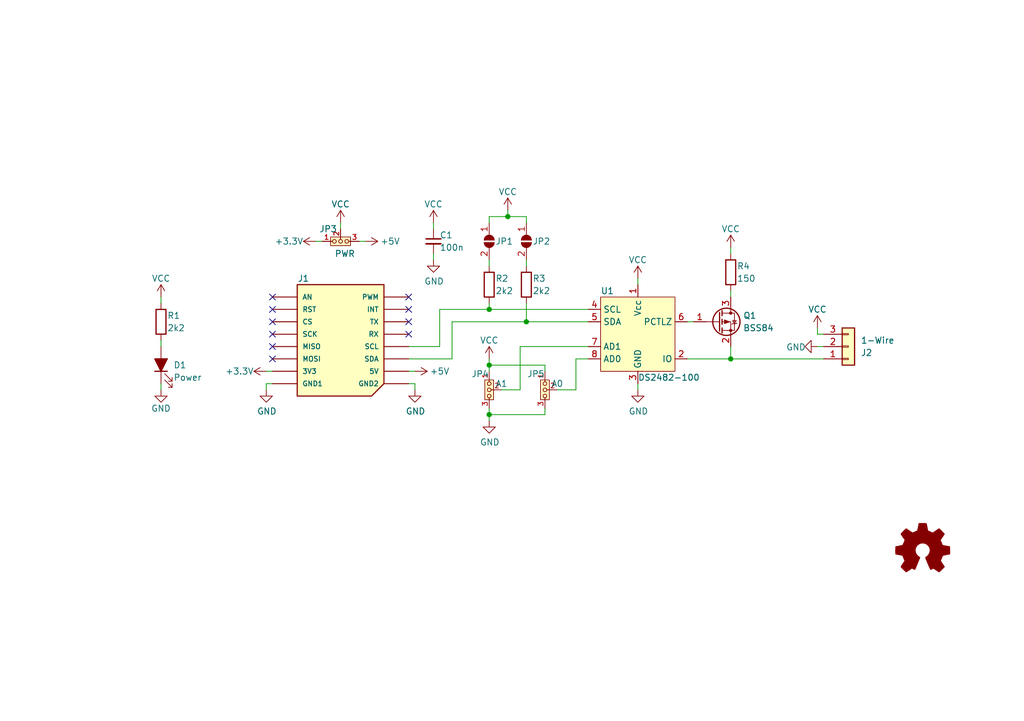
<source format=kicad_sch>
(kicad_sch (version 20250114) (generator "eeschema") (generator_version "9.0")
  (paper "A5")
  (title_block (title "I2C to 1-Wire Click") (date "2023-08-31") (rev "1.0") (company "© 2023 MPro") (comment 1 "Designed by MPro") (comment 4 "Licensed under CERN-OHL-P v2 or any later version"))
  (lib_symbols
    (symbol "Connector_Generic:Conn_01x03" (pin_names (offset 1.016) (hide yes))
      (property "Reference" "J" (at 0 5.08 0))
      (property "Value" "Conn_01x03" (at 0 -5.08 0))
      (symbol "Conn_01x03_1_1"
        (rectangle (start -1.27 3.81) (end 1.27 -3.81) (stroke (width 0.254)) (fill (type background)))
        (rectangle (start -1.27 2.667) (end 0 2.413) (stroke (width 0.1524)))
        (rectangle (start -1.27 0.127) (end 0 -0.127) (stroke (width 0.1524)))
        (rectangle (start -1.27 -2.413) (end 0 -2.667) (stroke (width 0.1524)))
        (pin passive line (at -5.08 2.54 0) (length 3.81) (name "Pin_1") (number "1"))
        (pin passive line (at -5.08 0 0) (length 3.81) (name "Pin_2") (number "2"))
        (pin passive line (at -5.08 -2.54 0) (length 3.81) (name "Pin_3") (number "3"))
      )
    )
    (symbol "Device:C_Small" (pin_numbers (hide yes)) (pin_names (offset 0.254) (hide yes))
      (property "Reference" "C" (at 0.254 1.778 0))
      (property "Value" "C_Small" (at 0.254 -2.032 0))
      (symbol "C_Small_0_1"
        (polyline (pts (xy -1.524 0.508) (xy 1.524 0.508)) (stroke (width 0.3048)))
        (polyline (pts (xy -1.524 -0.508) (xy 1.524 -0.508)) (stroke (width 0.3302)))
      )
      (symbol "C_Small_1_1"
        (pin passive line (at 0 2.54 270) (length 2.032) (name "~") (number "1"))
        (pin passive line (at 0 -2.54 90) (length 2.032) (name "~") (number "2"))
      )
    )
    (symbol "Device:LED_Filled" (pin_numbers (hide yes)) (pin_names (offset 1.016) (hide yes))
      (property "Reference" "D" (at 0 2.54 0))
      (property "Value" "LED_Filled" (at 0 -2.54 0))
      (symbol "LED_Filled_0_1"
        (polyline (pts (xy -3.048 -0.762) (xy -4.572 -2.286) (xy -3.81 -2.286) (xy -4.572 -2.286) (xy -4.572 -1.524)))
        (polyline (pts (xy -1.778 -0.762) (xy -3.302 -2.286) (xy -2.54 -2.286) (xy -3.302 -2.286) (xy -3.302 -1.524)))
        (polyline (pts (xy -1.27 0) (xy 1.27 0)))
        (polyline (pts (xy -1.27 -1.27) (xy -1.27 1.27)) (stroke (width 0.254)))
        (polyline (pts (xy 1.27 -1.27) (xy 1.27 1.27) (xy -1.27 0) (xy 1.27 -1.27)) (stroke (width 0.254)) (fill (type outline)))
      )
      (symbol "LED_Filled_1_1"
        (pin passive line (at -3.81 0 0) (length 2.54) (name "K") (number "1"))
        (pin passive line (at 3.81 0 180) (length 2.54) (name "A") (number "2"))
      )
    )
    (symbol "Device:Q_PMOS_GSD" (pin_names (offset 0) (hide yes))
      (property "Reference" "Q" (at 5.08 1.27 0))
      (property "Value" "Q_PMOS_GSD" (at 5.08 -1.27 0))
      (symbol "Q_PMOS_GSD_0_1"
        (polyline (pts (xy 0.254 1.905) (xy 0.254 -1.905)) (stroke (width 0.254)))
        (polyline (pts (xy 0.254 0) (xy -2.54 0)))
        (polyline (pts (xy 0.762 2.286) (xy 0.762 1.27)) (stroke (width 0.254)))
        (polyline (pts (xy 0.762 1.778) (xy 3.302 1.778) (xy 3.302 -1.778) (xy 0.762 -1.778)))
        (polyline (pts (xy 0.762 0.508) (xy 0.762 -0.508)) (stroke (width 0.254)))
        (polyline (pts (xy 0.762 -1.27) (xy 0.762 -2.286)) (stroke (width 0.254)))
        (circle (center 1.651 0) (radius 2.794) (stroke (width 0.254)))
        (polyline (pts (xy 2.286 0) (xy 1.27 0.381) (xy 1.27 -0.381) (xy 2.286 0)) (fill (type outline)))
        (polyline (pts (xy 2.54 2.54) (xy 2.54 1.778)))
        (circle (center 2.54 1.778) (radius 0.254) (fill (type outline)))
        (circle (center 2.54 -1.778) (radius 0.254) (fill (type outline)))
        (polyline (pts (xy 2.54 -2.54) (xy 2.54 0) (xy 0.762 0)))
        (polyline (pts (xy 2.794 -0.508) (xy 2.921 -0.381) (xy 3.683 -0.381) (xy 3.81 -0.254)))
        (polyline (pts (xy 3.302 -0.381) (xy 2.921 0.254) (xy 3.683 0.254) (xy 3.302 -0.381)))
      )
      (symbol "Q_PMOS_GSD_1_1"
        (pin input line (at -5.08 0 0) (length 2.54) (name "G") (number "1"))
        (pin passive line (at 2.54 5.08 270) (length 2.54) (name "D") (number "3"))
        (pin passive line (at 2.54 -5.08 90) (length 2.54) (name "S") (number "2"))
      )
    )
    (symbol "Device:R" (pin_numbers (hide yes)) (pin_names (offset 0))
      (property "Reference" "R" (at 2.032 0 90))
      (property "Value" "R" (at 0 0 90))
      (symbol "R_0_1"
        (rectangle (start -1.016 -2.54) (end 1.016 2.54) (stroke (width 0.254)))
      )
      (symbol "R_1_1"
        (pin passive line (at 0 3.81 270) (length 1.27) (name "~") (number "1"))
        (pin passive line (at 0 -3.81 90) (length 1.27) (name "~") (number "2"))
      )
    )
    (symbol "archive:Graphic_Logo_Open_Hardware_Small" (pin_names (offset 1.016))
      (symbol "Graphic_Logo_Open_Hardware_Small_0_1"
        (polyline (pts (xy 3.3528 -4.3434) (xy 3.302 -4.318) (xy 3.175 -4.2418) (xy 2.9972 -4.1148) (xy 2.7686 -3.9624) (xy 2.54 -3.81) (xy 2.3622 -3.7084) (xy 2.2352 -3.6068) (xy 2.1844 -3.5814) (xy 2.159 -3.6068) (xy 2.0574 -3.6576) (xy 1.905 -3.7338) (xy 1.8034 -3.7846) (xy 1.6764 -3.8354) (xy 1.6002 -3.8354) (xy 1.6002 -3.8354) (xy 1.5494 -3.7338) (xy 1.4732 -3.5306) (xy 1.3462 -3.302) (xy 1.2446 -3.0226) (xy 1.1176 -2.7178) (xy 0.9652 -2.413) (xy 0.8636 -2.1082) (xy 0.7366 -1.8288) (xy 0.6604 -1.6256) (xy 0.6096 -1.4732) (xy 0.5842 -1.397) (xy 0.5842 -1.397) (xy 0.6604 -1.3208) (xy 0.7874 -1.2446) (xy 1.0414 -1.016) (xy 1.2954 -0.6858) (xy 1.4478 -0.3302) (xy 1.524 0.0762) (xy 1.4732 0.4572) (xy 1.3208 0.8128) (xy 1.0668 1.143) (xy 0.762 1.3716) (xy 0.4064 1.524) (xy 0 1.5748) (xy -0.381 1.5494) (xy -0.7366 1.397) (xy -1.0668 1.143) (xy -1.2192 0.9906) (xy -1.397 0.6604) (xy -1.524 0.3048) (xy -1.524 0.2286) (xy -1.4986 -0.1778) (xy -1.397 -0.5334) (xy -1.1938 -0.8636) (xy -0.9144 -1.143) (xy -0.8636 -1.1684) (xy -0.7366 -1.27) (xy -0.635 -1.3462) (xy -0.5842 -1.397) (xy -1.0668 -2.5908) (xy -1.143 -2.794) (xy -1.2954 -3.1242) (xy -1.397 -3.4036) (xy -1.4986 -3.6322) (xy -1.5748 -3.7846) (xy -1.6002 -3.8354) (xy -1.6002 -3.8354) (xy -1.651 -3.8354) (xy -1.7272 -3.81) (xy -1.905 -3.7338) (xy -2.0066 -3.683) (xy -2.1336 -3.6068) (xy -2.2098 -3.5814) (xy -2.2606 -3.6068) (xy -2.3622 -3.683) (xy -2.54 -3.81) (xy -2.7686 -3.9624) (xy -2.9718 -4.0894) (xy -3.1496 -4.2164) (xy -3.302 -4.318) (xy -3.3528 -4.3434) (xy -3.3782 -4.3434) (xy -3.429 -4.318) (xy -3.5306 -4.2164) (xy -3.7084 -4.064) (xy -3.937 -3.8354) (xy -3.9624 -3.81) (xy -4.1656 -3.6068) (xy -4.318 -3.4544) (xy -4.4196 -3.3274) (xy -4.445 -3.2766) (xy -4.445 -3.2766) (xy -4.4196 -3.2258) (xy -4.318 -3.0734) (xy -4.2164 -2.8956) (xy -4.064 -2.667) (xy -3.6576 -2.0828) (xy -3.8862 -1.5494) (xy -3.937 -1.3716) (xy -4.0386 -1.1684) (xy -4.0894 -1.0414) (xy -4.1148 -0.9652) (xy -4.191 -0.9398) (xy -4.318 -0.9144) (xy -4.5466 -0.8636) (xy -4.8006 -0.8128) (xy -5.0546 -0.7874) (xy -5.2578 -0.7366) (xy -5.4356 -0.7112) (xy -5.5118 -0.6858) (xy -5.5118 -0.6858) (xy -5.5372 -0.635) (xy -5.5372 -0.5588) (xy -5.5372 -0.4318) (xy -5.5626 -0.2286) (xy -5.5626 0.0762) (xy -5.5626 0.127) (xy -5.5372 0.4064) (xy -5.5372 0.635) (xy -5.5372 0.762) (xy -5.5372 0.8382) (xy -5.5372 0.8382) (xy -5.461 0.8382) (xy -5.3086 0.889) (xy -5.08 0.9144) (xy -4.826 0.9652) (xy -4.8006 0.9906) (xy -4.5466 1.0414) (xy -4.318 1.0668) (xy -4.1656 1.1176) (xy -4.0894 1.143) (xy -4.0894 1.143) (xy -4.0386 1.2446) (xy -3.9624 1.4224) (xy -3.8608 1.6256) (xy -3.7846 1.8288) (xy -3.7084 2.0066) (xy -3.6576 2.159) (xy -3.6322 2.2098) (xy -3.6322 2.2098) (xy -3.683 2.286) (xy -3.7592 2.413) (xy -3.8862 2.5908) (xy -4.064 2.8194) (xy -4.064 2.8448) (xy -4.2164 3.0734) (xy -4.3434 3.2512) (xy -4.4196 3.3782) (xy -4.445 3.4544) (xy -4.445 3.4544) (xy -4.3942 3.5052) (xy -4.2926 3.6322) (xy -4.1148 3.81) (xy -3.937 4.0132) (xy -3.8608 4.064) (xy -3.6576 4.2926) (xy -3.5052 4.4196) (xy -3.4036 4.4958) (xy -3.3528 4.5212) (xy -3.3528 4.5212) (xy -3.302 4.4704) (xy -3.1496 4.3688) (xy -2.9718 4.2418) (xy -2.7432 4.0894) (xy -2.7178 4.0894) (xy -2.4892 3.937) (xy -2.3114 3.81) (xy -2.1844 3.7084) (xy -2.1336 3.683) (xy -2.1082 3.683) (xy -2.032 3.7084) (xy -1.8542 3.7592) (xy -1.6764 3.8354) (xy -1.4732 3.937) (xy -1.27 4.0132) (xy -1.143 4.064) (xy -1.0668 4.1148) (xy -1.0668 4.1148) (xy -1.0414 4.191) (xy -1.016 4.3434) (xy -0.9652 4.572) (xy -0.9144 4.8514) (xy -0.889 4.9022) (xy -0.8382 5.1562) (xy -0.8128 5.3848) (xy -0.7874 5.5372) (xy -0.762 5.588) (xy -0.7112 5.6134) (xy -0.5842 5.6134) (xy -0.4064 5.6134) (xy -0.1524 5.6134) (xy 0.0762 5.6134) (xy 0.3302 5.6134) (xy 0.5334 5.6134) (xy 0.6858 5.588) (xy 0.7366 5.588) (xy 0.7366 5.588) (xy 0.762 5.5118) (xy 0.8128 5.334) (xy 0.8382 5.1054) (xy 0.9144 4.826) (xy 0.9144 4.7752) (xy 0.9652 4.5212) (xy 1.016 4.2926) (xy 1.0414 4.1402) (xy 1.0668 4.0894) (xy 1.0668 4.0894) (xy 1.1938 4.0386) (xy 1.3716 3.9624) (xy 1.5748 3.8608) (xy 2.0828 3.6576) (xy 2.7178 4.0894) (xy 2.7686 4.1402) (xy 2.9972 4.2926) (xy 3.175 4.4196) (xy 3.302 4.4958) (xy 3.3782 4.5212) (xy 3.3782 4.5212) (xy 3.429 4.4704) (xy 3.556 4.3434) (xy 3.7338 4.191) (xy 3.9116 3.9878) (xy 4.064 3.8354) (xy 4.2418 3.6576) (xy 4.3434 3.556) (xy 4.4196 3.4798) (xy 4.4196 3.429) (xy 4.4196 3.4036) (xy 4.3942 3.3274) (xy 4.2926 3.2004) (xy 4.1656 2.9972) (xy 4.0132 2.794) (xy 3.8862 2.5908) (xy 3.7592 2.3876) (xy 3.6576 2.2352) (xy 3.6322 2.159) (xy 3.6322 2.1336) (xy 3.683 2.0066) (xy 3.7592 1.8288) (xy 3.8608 1.6002) (xy 4.064 1.1176) (xy 4.3942 1.0414) (xy 4.5974 1.016) (xy 4.8768 0.9652) (xy 5.1308 0.9144) (xy 5.5372 0.8382) (xy 5.5626 -0.6604) (xy 5.4864 -0.6858) (xy 5.4356 -0.6858) (xy 5.2832 -0.7366) (xy 5.0546 -0.762) (xy 4.8006 -0.8128) (xy 4.5974 -0.8636) (xy 4.3688 -0.9144) (xy 4.2164 -0.9398) (xy 4.1402 -0.9398) (xy 4.1148 -0.9652) (xy 4.064 -1.0668) (xy 3.9878 -1.2446) (xy 3.9116 -1.4478) (xy 3.81 -1.651) (xy 3.7338 -1.8542) (xy 3.683 -2.0066) (xy 3.6576 -2.0828) (xy 3.683 -2.1336) (xy 3.7846 -2.2606) (xy 3.8862 -2.4638) (xy 4.0386 -2.667) (xy 4.191 -2.8956) (xy 4.318 -3.0734) (xy 4.3942 -3.2004) (xy 4.445 -3.2766) (xy 4.4196 -3.3274) (xy 4.3434 -3.429) (xy 4.1656 -3.5814) (xy 3.937 -3.8354) (xy 3.8862 -3.8608) (xy 3.683 -4.064) (xy 3.5306 -4.2164) (xy 3.4036 -4.318) (xy 3.3528 -4.3434)) (fill (type outline)))
      )
    )
    (symbol "archive:Jumper_SolderJumper_2_Open" (pin_names (offset 0) (hide yes))
      (property "Reference" "JP" (at 0 2.032 0))
      (property "Value" "Jumper_SolderJumper_2_Open" (at 0 -2.54 0))
      (symbol "Jumper_SolderJumper_2_Open_0_1"
        (polyline (pts (xy -0.254 1.016) (xy -0.254 -1.016)))
        (arc (start -0.254 -1.016) (mid -1.2656 0) (end -0.254 1.016))
        (arc (start -0.254 -1.016) (mid -1.2656 0) (end -0.254 1.016) (fill (type outline)))
        (arc (start 0.254 1.016) (mid 1.2656 0) (end 0.254 -1.016))
        (arc (start 0.254 1.016) (mid 1.2656 0) (end 0.254 -1.016) (fill (type outline)))
        (polyline (pts (xy 0.254 1.016) (xy 0.254 -1.016)))
      )
      (symbol "Jumper_SolderJumper_2_Open_1_1"
        (pin passive line (at -3.81 0 0) (length 2.54) (name "A") (number "1"))
        (pin passive line (at 3.81 0 180) (length 2.54) (name "B") (number "2"))
      )
    )
    (symbol "archive:power_+5V" (power) (pin_names (offset 0))
      (property "Value" "power_+5V" (at 0 3.556 0))
      (symbol "power_+5V_0_1"
        (polyline (pts (xy -0.762 1.27) (xy 0 2.54)))
        (polyline (pts (xy 0 2.54) (xy 0.762 1.27)))
        (polyline (pts (xy 0 0) (xy 0 2.54)))
      )
      (symbol "power_+5V_1_1"
        (pin power_in line (at 0 0 90) (length 0) (hide yes) (name "+5V") (number "1"))
      )
    )
    (symbol "archive:power_GND" (power) (pin_names (offset 0))
      (property "Value" "power_GND" (at 0 -3.81 0))
      (symbol "power_GND_0_1"
        (polyline (pts (xy 0 0) (xy 0 -1.27) (xy 1.27 -1.27) (xy 0 -2.54) (xy -1.27 -1.27) (xy 0 -1.27)))
      )
      (symbol "power_GND_1_1"
        (pin power_in line (at 0 0 270) (length 0) (hide yes) (name "GND") (number "1"))
      )
    )
    (symbol "diy-modules:mikroBUS_module_connector" (pin_numbers (hide yes)) (pin_names (offset 1.016))
      (property "Reference" "J" (at 0 23.495 0))
      (symbol "mikroBUS_module_connector_0_0"
        (pin bidirectional line (at -5.08 20.32 0) (length 5.08) (name "AN") (number "P1"))
        (pin bidirectional line (at -5.08 17.78 0) (length 5.08) (name "RST") (number "P2"))
        (pin bidirectional line (at -5.08 15.24 0) (length 5.08) (name "CS") (number "P3"))
        (pin bidirectional line (at -5.08 12.7 0) (length 5.08) (name "SCK") (number "P4"))
        (pin bidirectional line (at -5.08 10.16 0) (length 5.08) (name "MISO") (number "P5"))
        (pin bidirectional line (at -5.08 7.62 0) (length 5.08) (name "MOSI") (number "P6"))
        (pin power_in line (at -5.08 5.08 0) (length 5.08) (name "3V3") (number "P7"))
        (pin bidirectional line (at 22.86 20.32 180) (length 5.08) (name "PWM") (number "P16"))
        (pin bidirectional line (at 22.86 17.78 180) (length 5.08) (name "INT") (number "P15"))
        (pin bidirectional line (at 22.86 15.24 180) (length 5.08) (name "TX") (number "P14"))
        (pin bidirectional line (at 22.86 12.7 180) (length 5.08) (name "RX") (number "P13"))
        (pin bidirectional line (at 22.86 10.16 180) (length 5.08) (name "SCL") (number "P12"))
        (pin bidirectional line (at 22.86 7.62 180) (length 5.08) (name "SDA") (number "P11"))
        (pin power_in line (at 22.86 5.08 180) (length 5.08) (name "5V") (number "P10"))
      )
      (symbol "mikroBUS_module_connector_0_1"
        (polyline (pts (xy 17.78 2.54) (xy 15.24 0) (xy 0 0) (xy 0 22.86) (xy 17.78 22.86) (xy 17.78 2.54)) (stroke (width 0.254)) (fill (type background)))
      )
      (symbol "mikroBUS_module_connector_1_0"
        (pin power_in line (at -5.08 2.54 0) (length 5.08) (name "GND1") (number "P8"))
        (pin power_in line (at 22.86 2.54 180) (length 5.08) (name "GND2") (number "P9"))
      )
    )
    (symbol "power:+3.3V" (power) (pin_names (offset 0))
      (property "Value" "+3.3V" (at 0 3.556 0))
      (symbol "+3.3V_0_1"
        (polyline (pts (xy -0.762 1.27) (xy 0 2.54)))
        (polyline (pts (xy 0 2.54) (xy 0.762 1.27)))
        (polyline (pts (xy 0 0) (xy 0 2.54)))
      )
      (symbol "+3.3V_1_1"
        (pin power_in line (at 0 0 90) (length 0) (hide yes) (name "+3.3V") (number "1"))
      )
    )
    (symbol "power:GND" (power) (pin_names (offset 0))
      (property "Value" "GND" (at 0 -3.81 0))
      (symbol "GND_0_1"
        (polyline (pts (xy 0 0) (xy 0 -1.27) (xy 1.27 -1.27) (xy 0 -2.54) (xy -1.27 -1.27) (xy 0 -1.27)))
      )
      (symbol "GND_1_1"
        (pin power_in line (at 0 0 270) (length 0) (hide yes) (name "GND") (number "1"))
      )
    )
    (symbol "power:VCC" (power) (pin_names (offset 0))
      (property "Value" "VCC" (at 0 3.81 0))
      (symbol "VCC_0_1"
        (polyline (pts (xy -0.762 1.27) (xy 0 2.54)))
        (polyline (pts (xy 0 2.54) (xy 0.762 1.27)))
        (polyline (pts (xy 0 0) (xy 0 2.54)))
      )
      (symbol "VCC_1_1"
        (pin power_in line (at 0 0 90) (length 0) (hide yes) (name "VCC") (number "1"))
      )
    )
    (symbol "various:DS2482-100"
      (property "Reference" "U" (at 0.635 16.51 0))
      (property "Value" "DS2482-100" (at 8.255 -1.27 0))
      (symbol "DS2482-100_1_1"
        (rectangle (start 0 15.24) (end 15.24 0) (fill (type background)))
        (pin input line (at -2.54 12.7 0) (length 2.54) (name "SCL") (number "4"))
        (pin bidirectional line (at -2.54 10.16 0) (length 2.54) (name "SDA") (number "5"))
        (pin input line (at -2.54 5.08 0) (length 2.54) (name "AD1") (number "7"))
        (pin input line (at -2.54 2.54 0) (length 2.54) (name "AD0") (number "8"))
        (pin power_in line (at 7.62 17.78 270) (length 2.54) (name "Vcc") (number "1"))
        (pin power_in line (at 7.62 -2.54 90) (length 2.54) (name "GND") (number "3"))
        (pin output line (at 17.78 10.16 180) (length 2.54) (name "PCTLZ") (number "6"))
        (pin bidirectional line (at 17.78 2.54 180) (length 2.54) (name "IO") (number "2"))
      )
    )
    (symbol "various:Jumper_3" (pin_names (offset 0) (hide yes))
      (property "Reference" "JP" (at -2.54 1.905 0))
      (property "Value" "Jumper_3" (at 5.715 -2.54 0))
      (symbol "Jumper_3_0_1"
        (polyline (pts (xy -1.905 0) (xy -1.651 0)))
        (polyline (pts (xy 0 -0.635) (xy 0 -0.381)))
        (polyline (pts (xy 1.905 0) (xy 1.651 0)))
      )
      (symbol "Jumper_3_1_0"
        (circle (center -1.27 0) (radius 0.381))
        (circle (center 0 0) (radius 0.381))
        (circle (center 1.27 0) (radius 0.381))
        (polyline (pts (xy 3.81 0) (xy 3.81 0)))
      )
      (symbol "Jumper_3_1_1"
        (rectangle (start -2.032 0.889) (end 2.032 -0.889) (fill (type background)))
        (pin passive line (at -3.81 0 0) (length 1.905) (name "A") (number "1"))
        (pin passive line (at 0 -2.54 90) (length 1.905) (name "C") (number "2"))
        (pin passive line (at 3.81 0 180) (length 1.905) (name "B") (number "3"))
      )
    )
  )
  (junction (at 100.33 63.5))
  (junction (at 104.14 44.45))
  (junction (at 107.95 66.04))
  (junction (at 100.33 74.93))
  (junction (at 149.86 73.66))
  (junction (at 100.33 85.09))
  (no_connect (at 83.82 63.5))
  (no_connect (at 83.82 68.58))
  (no_connect (at 55.88 73.66))
  (no_connect (at 55.88 68.58))
  (no_connect (at 83.82 60.96))
  (no_connect (at 55.88 66.04))
  (no_connect (at 55.88 71.12))
  (no_connect (at 55.88 63.5))
  (no_connect (at 83.82 66.04))
  (no_connect (at 55.88 60.96))
  (wire (pts (xy 106.68 80.01) (xy 106.68 71.12)))
  (wire (pts (xy 107.95 66.04) (xy 120.65 66.04)))
  (wire (pts (xy 33.02 60.96) (xy 33.02 62.23)))
  (wire (pts (xy 92.71 73.66) (xy 92.71 66.04)))
  (wire (pts (xy 85.09 78.74) (xy 85.09 80.01)))
  (wire (pts (xy 100.33 74.93) (xy 100.33 76.2)))
  (wire (pts (xy 149.86 73.66) (xy 168.91 73.66)))
  (wire (pts (xy 130.81 57.15) (xy 130.81 58.42)))
  (wire (pts (xy 90.17 63.5) (xy 90.17 71.12)))
  (wire (pts (xy 107.95 44.45) (xy 107.95 45.72)))
  (wire (pts (xy 107.95 62.23) (xy 107.95 66.04)))
  (wire (pts (xy 33.02 69.85) (xy 33.02 71.12)))
  (wire (pts (xy 100.33 62.23) (xy 100.33 63.5)))
  (wire (pts (xy 100.33 53.34) (xy 100.33 54.61)))
  (wire (pts (xy 100.33 63.5) (xy 120.65 63.5)))
  (wire (pts (xy 83.82 76.2) (xy 85.09 76.2)))
  (wire (pts (xy 140.97 66.04) (xy 142.24 66.04)))
  (wire (pts (xy 114.3 80.01) (xy 118.11 80.01)))
  (wire (pts (xy 83.82 73.66) (xy 92.71 73.66)))
  (wire (pts (xy 69.85 45.72) (xy 69.85 46.99)))
  (wire (pts (xy 104.14 43.18) (xy 104.14 44.45)))
  (wire (pts (xy 102.87 80.01) (xy 106.68 80.01)))
  (wire (pts (xy 111.76 76.2) (xy 111.76 74.93)))
  (wire (pts (xy 100.33 45.72) (xy 100.33 44.45)))
  (wire (pts (xy 54.61 78.74) (xy 54.61 80.01)))
  (wire (pts (xy 33.02 78.74) (xy 33.02 80.01)))
  (wire (pts (xy 64.77 49.53) (xy 66.04 49.53)))
  (wire (pts (xy 167.64 71.12) (xy 168.91 71.12)))
  (wire (pts (xy 149.86 50.8) (xy 149.86 52.07)))
  (wire (pts (xy 73.66 49.53) (xy 74.93 49.53)))
  (wire (pts (xy 130.81 78.74) (xy 130.81 80.01)))
  (wire (pts (xy 149.86 59.69) (xy 149.86 60.96)))
  (wire (pts (xy 167.64 68.58) (xy 168.91 68.58)))
  (wire (pts (xy 100.33 44.45) (xy 104.14 44.45)))
  (wire (pts (xy 111.76 74.93) (xy 100.33 74.93)))
  (wire (pts (xy 88.9 45.72) (xy 88.9 46.99)))
  (wire (pts (xy 100.33 85.09) (xy 100.33 86.36)))
  (wire (pts (xy 100.33 63.5) (xy 90.17 63.5)))
  (wire (pts (xy 149.86 71.12) (xy 149.86 73.66)))
  (wire (pts (xy 118.11 73.66) (xy 120.65 73.66)))
  (wire (pts (xy 104.14 44.45) (xy 107.95 44.45)))
  (wire (pts (xy 111.76 85.09) (xy 100.33 85.09)))
  (wire (pts (xy 167.64 67.31) (xy 167.64 68.58)))
  (wire (pts (xy 54.61 76.2) (xy 55.88 76.2)))
  (wire (pts (xy 107.95 53.34) (xy 107.95 54.61)))
  (wire (pts (xy 100.33 74.93) (xy 100.33 73.66)))
  (wire (pts (xy 88.9 52.07) (xy 88.9 53.34)))
  (wire (pts (xy 83.82 78.74) (xy 85.09 78.74)))
  (wire (pts (xy 54.61 78.74) (xy 55.88 78.74)))
  (wire (pts (xy 92.71 66.04) (xy 107.95 66.04)))
  (wire (pts (xy 111.76 83.82) (xy 111.76 85.09)))
  (wire (pts (xy 140.97 73.66) (xy 149.86 73.66)))
  (wire (pts (xy 90.17 71.12) (xy 83.82 71.12)))
  (wire (pts (xy 100.33 83.82) (xy 100.33 85.09)))
  (wire (pts (xy 106.68 71.12) (xy 120.65 71.12)))
  (wire (pts (xy 118.11 80.01) (xy 118.11 73.66)))
  (symbol (lib_id "various:Jumper_3") (at 100.33 80.01 90) (mirror x) (unit 1)
    (property "Reference" "JP4" (at 100.33 77.47 90) (effects (justify left bottom)))
    (property "Value" "A1" (at 101.6 78.74 90) (effects (justify right)))
    (property "Footprint" "footprints:PinHeader_1x03_P2.54mm_Vertical" (effects (hide yes)))
    (property "LCSC" "-----" (effects (hide yes)))
    (property "Package/Case" "3-pin 2.54mm" (effects (hide yes)))
  )
  (symbol (lib_id "power:GND") (at 33.02 80.01 0) (unit 1)
    (property "Reference" "#PWR06" (effects (hide yes)))
    (property "Value" "GND" (at 33.02 83.82 0))
  )
  (symbol (lib_id "archive:power_GND") (at 85.09 80.01 0) (unit 1)
    (property "Reference" "#PWR04" (effects (hide yes)))
    (property "Value" "GND" (at 85.217 84.4042 0))
  )
  (symbol (lib_id "power:VCC") (at 88.9 45.72 0) (unit 1)
    (property "Reference" "#PWR010" (effects (hide yes)))
    (property "Value" "VCC" (at 88.9 41.91 0))
  )
  (symbol (lib_id "various:Jumper_3") (at 69.85 49.53 0) (mirror x) (unit 1)
    (property "Reference" "JP3" (at 67.31 46.99 0))
    (property "Value" "PWR" (at 70.739 52.07 0))
    (property "Footprint" "footprints:PinHeader_1x03_P2.54mm_Vertical" (effects (hide yes)))
    (property "LCSC" "-----" (effects (hide yes)))
    (property "Package/Case" "3-pin 2.54mm" (effects (hide yes)))
  )
  (symbol (lib_id "Device:R") (at 149.86 55.88 0) (unit 1)
    (property "Reference" "R4" (at 151.13 54.61 0) (effects (justify left)))
    (property "Value" "150" (at 151.13 57.15 0) (effects (justify left)))
    (property "Footprint" "footprints:R_0805_2012Metric" (effects (hide yes)))
    (property "LCSC" "C17471" (effects (hide yes)))
    (property "Package/Case" "0805" (effects (hide yes)))
  )
  (symbol (lib_id "power:VCC") (at 167.64 67.31 0) (unit 1)
    (property "Reference" "#PWR018" (effects (hide yes)))
    (property "Value" "VCC" (at 167.64 63.5 0))
  )
  (symbol (lib_id "archive:Graphic_Logo_Open_Hardware_Small") (at 189.23 113.03 0) (unit 1) (in_bom no)
    (property "Reference" "LOGO1" (effects (hide yes)))
    (property "Value" "Logo_Open_Hardware_Small" (effects (hide yes)))
    (property "Footprint" "footprints:OSHW-Logo2_7.3x6mm_SilkScreen" (effects (hide yes)))
  )
  (symbol (lib_id "power:VCC") (at 130.81 57.15 0) (unit 1)
    (property "Reference" "#PWR016" (effects (hide yes)))
    (property "Value" "VCC" (at 130.81 53.34 0))
  )
  (symbol (lib_id "power:VCC") (at 33.02 60.96 0) (unit 1)
    (property "Reference" "#PWR05" (effects (hide yes)))
    (property "Value" "VCC" (at 33.02 57.15 0))
  )
  (symbol (lib_id "Device:R") (at 107.95 58.42 0) (unit 1)
    (property "Reference" "R3" (at 109.22 57.15 0) (effects (justify left)))
    (property "Value" "2k2" (at 109.22 59.69 0) (effects (justify left)))
    (property "Footprint" "footprints:R_0805_2012Metric" (effects (hide yes)))
    (property "LCSC" "C17520" (effects (hide yes)))
    (property "Package/Case" "0805" (effects (hide yes)))
  )
  (symbol (lib_id "archive:power_GND") (at 130.81 80.01 0) (unit 1)
    (property "Reference" "#PWR014" (effects (hide yes)))
    (property "Value" "GND" (at 130.937 84.4042 0))
  )
  (symbol (lib_id "various:Jumper_3") (at 111.76 80.01 90) (mirror x) (unit 1)
    (property "Reference" "JP5" (at 111.76 77.47 90) (effects (justify left bottom)))
    (property "Value" "A0" (at 113.03 78.74 90) (effects (justify right)))
    (property "Footprint" "footprints:PinHeader_1x03_P2.54mm_Vertical" (effects (hide yes)))
    (property "LCSC" "-----" (effects (hide yes)))
    (property "Package/Case" "3-pin 2.54mm" (effects (hide yes)))
  )
  (symbol (lib_id "Device:R") (at 100.33 58.42 0) (unit 1)
    (property "Reference" "R2" (at 101.6 57.15 0) (effects (justify left)))
    (property "Value" "2k2" (at 101.6 59.69 0) (effects (justify left)))
    (property "Footprint" "footprints:R_0805_2012Metric" (effects (hide yes)))
    (property "LCSC" "C17520" (effects (hide yes)))
    (property "Package/Case" "0805" (effects (hide yes)))
  )
  (symbol (lib_id "power:VCC") (at 100.33 73.66 0) (unit 1)
    (property "Reference" "#PWR012" (effects (hide yes)))
    (property "Value" "VCC" (at 100.33 69.85 0))
  )
  (symbol (lib_id "Device:C_Small") (at 88.9 49.53 0) (unit 1)
    (property "Reference" "C1" (at 90.17 48.26 0) (effects (justify left)))
    (property "Value" "100n" (at 90.17 50.8 0) (effects (justify left)))
    (property "Footprint" "footprints:C_0805_2012Metric" (effects (hide yes)))
    (property "LCSC" "C49678" (effects (hide yes)))
    (property "Package/Case" "0805" (effects (hide yes)))
  )
  (symbol (lib_id "Device:Q_PMOS_GSD") (at 147.32 66.04 0) (unit 1)
    (property "Reference" "Q1" (at 152.4 64.77 0) (effects (justify left)))
    (property "Value" "BSS84" (at 152.4 67.31 0) (effects (justify left)))
    (property "Footprint" "footprints:SOT-23" (effects (hide yes)))
    (property "LCSC" "C8492" (effects (hide yes)))
    (property "Package/Case" "SOT-23" (effects (hide yes)))
  )
  (symbol (lib_id "power:VCC") (at 104.14 43.18 0) (unit 1)
    (property "Reference" "#PWR015" (effects (hide yes)))
    (property "Value" "VCC" (at 104.14 39.37 0))
  )
  (symbol (lib_id "archive:power_+5V") (at 74.93 49.53 270) (unit 1)
    (property "Reference" "#PWR09" (effects (hide yes)))
    (property "Value" "+5V" (at 80.01 49.53 90))
  )
  (symbol (lib_id "Connector_Generic:Conn_01x03") (at 173.99 71.12 0) (mirror x) (unit 1)
    (property "Reference" "J2" (at 176.53 72.39 0) (effects (justify left)))
    (property "Value" "1-Wire" (at 176.53 69.85 0) (effects (justify left)))
    (property "Footprint" "footprints:PinHeader_1x03_P2.54mm_Horizontal" (effects (hide yes)))
    (property "LCSC" "-----" (effects (hide yes)))
    (property "Package/Case" "3-pin 2.54mm" (effects (hide yes)))
  )
  (symbol (lib_id "archive:power_GND") (at 54.61 80.01 0) (unit 1)
    (property "Reference" "#PWR02" (effects (hide yes)))
    (property "Value" "GND" (at 54.737 84.4042 0))
  )
  (symbol (lib_id "archive:power_+5V") (at 85.09 76.2 270) (unit 1)
    (property "Reference" "#PWR03" (effects (hide yes)))
    (property "Value" "+5V" (at 90.17 76.2 90))
  )
  (symbol (lib_id "archive:power_GND") (at 88.9 53.34 0) (unit 1)
    (property "Reference" "#PWR011" (effects (hide yes)))
    (property "Value" "GND" (at 89.027 57.7342 0))
  )
  (symbol (lib_id "power:VCC") (at 149.86 50.8 0) (unit 1)
    (property "Reference" "#PWR019" (effects (hide yes)))
    (property "Value" "VCC" (at 149.86 46.99 0))
  )
  (symbol (lib_id "power:+3.3V") (at 64.77 49.53 90) (unit 1)
    (property "Reference" "#PWR07" (effects (hide yes)))
    (property "Value" "+3.3V" (at 62.23 49.53 90) (effects (justify left)))
  )
  (symbol (lib_id "various:DS2482-100") (at 123.19 76.2 0) (unit 1)
    (property "Reference" "U1" (at 123.19 59.69 0) (effects (justify left)))
    (property "Value" "DS2482-100" (at 130.81 77.47 0) (effects (justify left)))
    (property "Footprint" "footprints:SO-8_3.9x4.9mm_P1.27mm" (effects (hide yes)))
    (property "Datasheet" "https://www.analog.com/media/en/technical-documentation/data-sheets/DS2482-100.pdf" (effects (hide yes)))
    (property "LCSC" "C143306" (effects (hide yes)))
    (property "Package/Case" "SO-8 (150 mils)" (effects (hide yes)))
  )
  (symbol (lib_id "archive:power_GND") (at 167.64 71.12 270) (unit 1)
    (property "Reference" "#PWR017" (effects (hide yes)))
    (property "Value" "GND" (at 163.2458 71.247 90))
  )
  (symbol (lib_id "diy-modules:mikroBUS_module_connector") (at 60.96 81.28 0) (unit 1) (in_bom no)
    (property "Reference" "J1" (at 62.23 57.15 0))
    (property "Value" "I^{2}C to 1-Wire Click v1.0 by MPro" (effects (hide yes)))
    (property "Footprint" "footprints:mikroBUS_module_M" (effects (hide yes)))
    (property "Datasheet" "https://download.mikroe.com/documents/standards/mikrobus/mikrobus-standard-specification-v200.pdf" (effects (hide yes)))
    (property "LCSC" "-----" (effects (hide yes)))
    (property "Package/Case" "(2x) pin 1x8 2.54mm" (effects (hide yes)))
  )
  (symbol (lib_id "Device:R") (at 33.02 66.04 0) (unit 1)
    (property "Reference" "R1" (at 34.29 64.77 0) (effects (justify left)))
    (property "Value" "2k2" (at 34.29 67.31 0) (effects (justify left)))
    (property "Footprint" "footprints:R_0805_2012Metric" (effects (hide yes)))
    (property "LCSC" "C17520" (effects (hide yes)))
    (property "Package/Case" "0805" (effects (hide yes)))
  )
  (symbol (lib_id "power:+3.3V") (at 54.61 76.2 90) (unit 1)
    (property "Reference" "#PWR01" (effects (hide yes)))
    (property "Value" "+3.3V" (at 52.07 76.2 90) (effects (justify left)))
  )
  (symbol (lib_id "archive:Jumper_SolderJumper_2_Open") (at 100.33 49.53 270) (unit 1) (in_bom no)
    (property "Reference" "JP1" (at 101.6 49.53 90) (effects (justify left)))
    (property "Value" "SCL" (effects (hide yes)))
    (property "Footprint" "footprints:SolderJumper-2_P1.3mm_Open_TrianglePad1.0x1.5mm" (effects (hide yes)))
    (property "LCSC" "-----" (effects (hide yes)))
    (property "Package/Case" "n/a" (effects (hide yes)))
  )
  (symbol (lib_id "power:VCC") (at 69.85 45.72 0) (unit 1)
    (property "Reference" "#PWR08" (effects (hide yes)))
    (property "Value" "VCC" (at 69.85 41.91 0))
  )
  (symbol (lib_id "archive:Jumper_SolderJumper_2_Open") (at 107.95 49.53 270) (unit 1) (in_bom no)
    (property "Reference" "JP2" (at 109.22 49.53 90) (effects (justify left)))
    (property "Value" "SDA" (effects (hide yes)))
    (property "Footprint" "footprints:SolderJumper-2_P1.3mm_Open_TrianglePad1.0x1.5mm" (effects (hide yes)))
    (property "LCSC" "-----" (effects (hide yes)))
    (property "Package/Case" "n/a" (effects (hide yes)))
  )
  (symbol (lib_id "Device:LED_Filled") (at 33.02 74.93 90) (unit 1)
    (property "Reference" "D1" (at 35.56 74.93 90) (effects (justify right)))
    (property "Value" "Power" (at 35.56 77.47 90) (effects (justify right)))
    (property "Footprint" "footprints:LED_0805_2012Metric" (effects (hide yes)))
    (property "LCSC" "C2296" (effects (hide yes)))
    (property "Package/Case" "0805" (effects (hide yes)))
    (property "Colour" "Yellow" (effects (hide yes)))
  )
  (symbol (lib_id "archive:power_GND") (at 100.33 86.36 0) (unit 1)
    (property "Reference" "#PWR013" (effects (hide yes)))
    (property "Value" "GND" (at 100.457 90.7542 0))
  )
)
</source>
